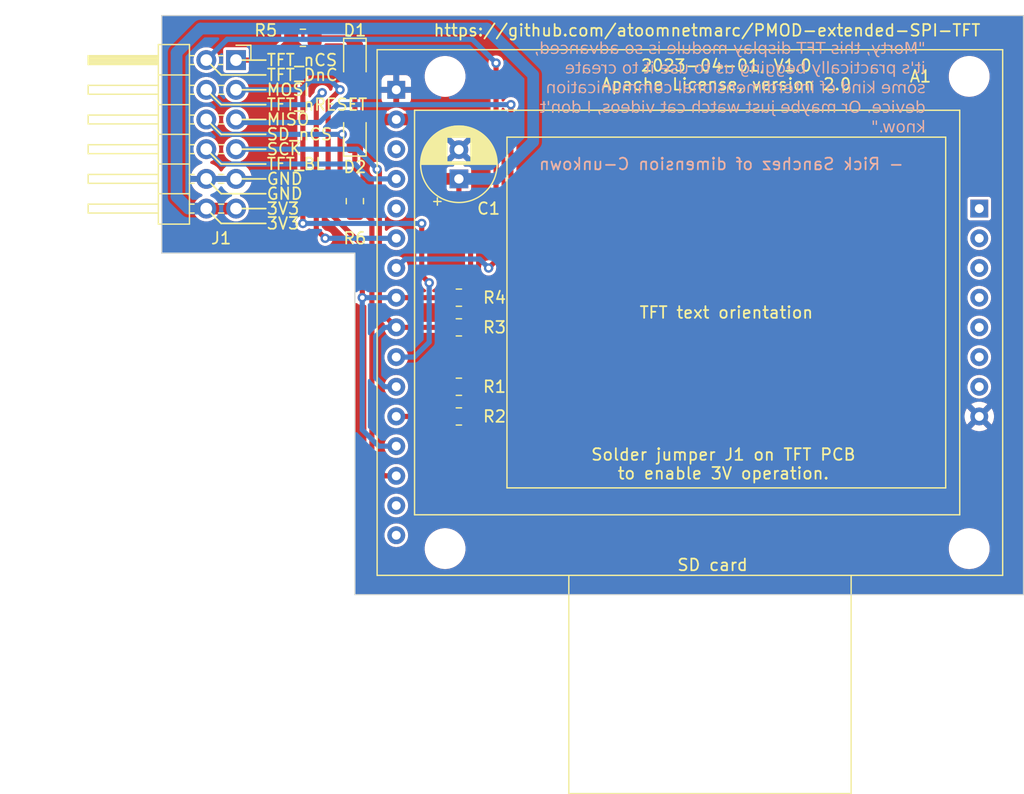
<source format=kicad_pcb>
(kicad_pcb (version 20221018) (generator pcbnew)
  (title_block (title "PMOD extended SPI TFT") (date "2023-04-01") (rev "V1.0") (company "https://github.com/atoomnetmarc/PMOD-extended-SPI-TFT") (comment 1 "Apache License, version 2.0"))
  (layers (0 "F.Cu" signal) (31 "B.Cu" signal) (34 "B.Paste" user) (35 "F.Paste" user) (36 "B.SilkS" user "B.Silkscreen") (37 "F.SilkS" user "F.Silkscreen") (38 "B.Mask" user) (39 "F.Mask" user) (44 "Edge.Cuts" user))
  (net 0 "")
  (net 1 "GND")
  (net 2 "MOSI")
  (net 3 "SCK")
  (net 4 "MISO")
  (net 5 "Net-(D1-K)")
  (net 6 "+3V3")
  (net 7 "Net-(D2-K)")
  (net 8 "TFT_~{CS}")
  (net 9 "TFT_D~{C}")
  (net 10 "TFT_~{RST}")
  (net 11 "SD_~{CS}")
  (net 12 "TFT_BL")
  (net 13 "Net-(A1-SD_MISO)")
  (footprint "Resistor_SMD:R_0805_2012Metric_Pad1.20x1.40mm_HandSolder" (layer "F.Cu") (at -22.86 -1.27 180)
    (fp_text reference "R4" (at -3.048 0) (layer "F.SilkS"))
    (fp_text value "10k")
    (fp_line (start -0.227064 -0.735) (end 0.227064 -0.735) (stroke (width 0.12)) (layer "F.SilkS"))
    (fp_line (start -0.227064 0.735) (end 0.227064 0.735) (stroke (width 0.12)) (layer "F.SilkS"))
    (pad "1" smd roundrect (at -1 0 180) (size 1.2 1.4) (layers "F.Cu" "F.Paste" "F.Mask") (roundrect_rratio 0.2083333333) (net 6 "+3V3"))
    (pad "2" smd roundrect (at 1 0 180) (size 1.2 1.4) (layers "F.Cu" "F.Paste" "F.Mask") (roundrect_rratio 0.2083333333) (net 2 "MOSI"))
  )
  (footprint "Connector_PinHeader_2.54mm-extra:PinHeader_2x06_P2.54mm_Horizontal_Top_Bottom" (layer "F.Cu") (at -41.91 -21.59)
    (fp_text reference "J1" (at -1.27 15.24) (layer "F.SilkS"))
    (fp_text value "Pmod peripheral SPI")
    (fp_line (start -12.64 -0.38) (end -12.64 0.38) (stroke (width 0.12)) (layer "F.SilkS"))
    (fp_line (start -12.64 0.38) (end -6.64 0.38) (stroke (width 0.12)) (layer "F.SilkS"))
    (fp_line (start -12.64 2.16) (end -12.64 2.92) (stroke (width 0.12)) (layer "F.SilkS"))
    (fp_line (start -12.64 2.92) (end -6.64 2.92) (stroke (width 0.12)) (layer "F.SilkS"))
    (fp_line (start -12.64 4.7) (end -12.64 5.46) (stroke (width 0.12)) (layer "F.SilkS"))
    (fp_line (start -12.64 5.46) (end -6.64 5.46) (stroke (width 0.12)) (layer "F.SilkS"))
    (fp_line (start -12.64 7.24) (end -12.64 8) (stroke (width 0.12)) (layer "F.SilkS"))
    (fp_line (start -12.64 8) (end -6.64 8) (stroke (width 0.12)) (layer "F.SilkS"))
    (fp_line (start -12.64 9.78) (end -12.64 10.54) (stroke (width 0.12)) (layer "F.SilkS"))
    (fp_line (start -12.64 10.54) (end -6.64 10.54) (stroke (width 0.12)) (layer "F.SilkS"))
    (fp_line (start -12.64 12.32) (end -12.64 13.08) (stroke (width 0.12)) (layer "F.SilkS"))
    (fp_line (start -12.64 13.08) (end -6.64 13.08) (stroke (width 0.12)) (layer "F.SilkS"))
    (fp_line (start -6.64 -1.33) (end -3.98 -1.33) (stroke (width 0.12)) (layer "F.SilkS"))
    (fp_line (start -6.64 -0.38) (end -12.64 -0.38) (stroke (width 0.12)) (layer "F.SilkS"))
    (fp_line (start -6.64 -0.32) (end -12.64 -0.32) (stroke (width 0.12)) (layer "F.SilkS"))
    (fp_line (start -6.64 -0.2) (end -12.64 -0.2) (stroke (width 0.12)) (layer "F.SilkS"))
    (fp_line (start -6.64 -0.08) (end -12.64 -0.08) (stroke (width 0.12)) (layer "F.SilkS"))
    (fp_line (start -6.64 0.04) (end -12.64 0.04) (stroke (width 0.12)) (layer "F.SilkS"))
    (fp_line (start -6.64 0.16) (end -12.64 0.16) (stroke (width 0.12)) (layer "F.SilkS"))
    (fp_line (start -6.64 0.28) (end -12.64 0.28) (stroke (width 0.12)) (layer "F.SilkS"))
    (fp_line (start -6.64 2.16) (end -12.64 2.16) (stroke (width 0.12)) (layer "F.SilkS"))
    (fp_line (start -6.64 4.7) (end -12.64 4.7) (stroke (width 0.12)) (layer "F.SilkS"))
    (fp_line (start -6.64 7.24) (end -12.64 7.24) (stroke (width 0.12)) (layer "F.SilkS"))
    (fp_line (start -6.64 9.78) (end -12.64 9.78) (stroke (width 0.12)) (layer "F.SilkS"))
    (fp_line (start -6.64 12.32) (end -12.64 12.32) (stroke (width 0.12)) (layer "F.SilkS"))
    (fp_line (start -6.64 14.03) (end -6.64 -1.33) (stroke (width 0.12)) (layer "F.SilkS"))
    (fp_line (start -3.98 -1.33) (end -3.98 14.03) (stroke (width 0.12)) (layer "F.SilkS"))
    (fp_line (start -3.98 1.27) (end -6.64 1.27) (stroke (width 0.12)) (layer "F.SilkS"))
    (fp_line (start -3.98 3.81) (end -6.64 3.81) (stroke (width 0.12)) (layer "F.SilkS"))
    (fp_line (start -3.98 6.35) (end -6.64 6.35) (stroke (width 0.12)) (layer "F.SilkS"))
    (fp_line (start -3.98 8.89) (end -6.64 8.89) (stroke (width 0.12)) (layer "F.SilkS"))
    (fp_line (start -3.98 11.43) (end -6.64 11.43) (stroke (width 0.12)) (layer "F.SilkS"))
    (fp_line (start -3.98 14.03) (end -6.64 14.03) (stroke (width 0.12)) (layer "F.SilkS"))
    (fp_line (start -3.582929 -0.38) (end -3.98 -0.38) (stroke (width 0.12)) (layer "F.SilkS"))
    (fp_line (start -3.582929 0.38) (end -3.98 0.38) (stroke (width 0.12)) (layer "F.SilkS"))
    (fp_line (start -3.582929 2.16) (end -3.98 2.16) (stroke (width 0.12)) (layer "F.SilkS"))
    (fp_line (start -3.582929 2.92) (end -3.98 2.92) (stroke (width 0.12)) (layer "F.SilkS"))
    (fp_line (start -3.582929 4.7) (end -3.98 4.7) (stroke (width 0.12)) (layer "F.SilkS"))
    (fp_line (start -3.582929 5.46) (end -3.98 5.46) (stroke (width 0.12)) (layer "F.SilkS"))
    (fp_line (start -3.582929 7.24) (end -3.98 7.24) (stroke (width 0.12)) (layer "F.SilkS"))
    (fp_line (start -3.582929 8) (end -3.98 8) (stroke (width 0.12)) (layer "F.SilkS"))
    (fp_line (start -3.582929 9.78) (end -3.98 9.78) (stroke (width 0.12)) (layer "F.SilkS"))
    (fp_line (start -3.582929 10.54) (end -3.98 10.54) (stroke (width 0.12)) (layer "F.SilkS"))
    (fp_line (start -3.582929 12.32) (end -3.98 12.32) (stroke (width 0.12)) (layer "F.SilkS"))
    (fp_line (start -3.582929 13.08) (end -3.98 13.08) (stroke (width 0.12)) (layer "F.SilkS"))
    (fp_line (start -1.11 -0.38) (end -1.497071 -0.38) (stroke (width 0.12)) (layer "F.SilkS"))
    (fp_line (start -1.11 0.38) (end -1.497071 0.38) (stroke (width 0.12)) (layer "F.SilkS"))
    (fp_line (start -1.042929 2.16) (end -1.497071 2.16) (stroke (width 0.12)) (layer "F.SilkS"))
    (fp_line (start -1.042929 2.92) (end -1.497071 2.92) (stroke (width 0.12)) (layer "F.SilkS"))
    (fp_line (start -1.042929 4.7) (end -1.497071 4.7) (stroke (width 0.12)) (layer "F.SilkS"))
    (fp_line (start -1.042929 5.46) (end -1.497071 5.46) (stroke (width 0.12)) (layer "F.SilkS"))
    (fp_line (start -1.042929 7.24) (end -1.497071 7.24) (stroke (width 0.12)) (layer "F.SilkS"))
    (fp_line (start -1.042929 8) (end -1.497071 8) (stroke (width 0.12)) (layer "F.SilkS"))
    (fp_line (start -1.042929 9.78) (end -1.497071 9.78) (stroke (width 0.12)) (layer "F.SilkS"))
    (fp_line (start -1.042929 10.54) (end -1.497071 10.54) (stroke (width 0.12)) (layer "F.SilkS"))
    (fp_line (start -1.042929 12.32) (end -1.497071 12.32) (stroke (width 0.12)) (layer "F.SilkS"))
    (fp_line (start -1.042929 13.08) (end -1.497071 13.08) (stroke (width 0.12)) (layer "F.SilkS"))
    (fp_line (start 1.27 -1.27) (end 0 -1.27) (stroke (width 0.12)) (layer "F.SilkS"))
    (fp_line (start 1.27 0) (end 1.27 -1.27) (stroke (width 0.12)) (layer "F.SilkS"))
    (pad "1" thru_hole rect (at 0 0) (size 1.7 1.7) (drill 1) (layers "*.Cu" "*.Mask") (net 8 "TFT_~{CS}"))
    (pad "2" thru_hole oval (at 0 2.54) (size 1.7 1.7) (drill 1) (layers "*.Cu" "*.Mask") (net 2 "MOSI"))
    (pad "3" thru_hole oval (at 0 5.08) (size 1.7 1.7) (drill 1) (layers "*.Cu" "*.Mask") (net 4 "MISO"))
    (pad "4" thru_hole oval (at 0 7.62) (size 1.7 1.7) (drill 1) (layers "*.Cu" "*.Mask") (net 3 "SCK"))
    (pad "5" thru_hole oval (at 0 10.16) (size 1.7 1.7) (drill 1) (layers "*.Cu" "*.Mask") (net 1 "GND"))
    (pad "6" thru_hole oval (at 0 12.7) (size 1.7 1.7) (drill 1) (layers "*.Cu" "*.Mask") (net 6 "+3V3"))
    (pad "7" thru_hole oval (at -2.54 0) (size 1.7 1.7) (drill 1) (layers "*.Cu" "*.Mask") (net 9 "TFT_D~{C}"))
    (pad "8" thru_hole oval (at -2.54 2.54) (size 1.7 1.7) (drill 1) (layers "*.Cu" "*.Mask") (net 10 "TFT_~{RST}"))
    (pad "9" thru_hole oval (at -2.54 5.08) (size 1.7 1.7) (drill 1) (layers "*.Cu" "*.Mask") (net 11 "SD_~{CS}"))
    (pad "10" thru_hole oval (at -2.54 7.62) (size 1.7 1.7) (drill 1) (layers "*.Cu" "*.Mask") (net 12 "TFT_BL"))
    (pad "11" thru_hole oval (at -2.54 10.16) (size 1.7 1.7) (drill 1) (layers "*.Cu" "*.Mask") (net 1 "GND"))
    (pad "12" thru_hole oval (at -2.54 12.7) (size 1.7 1.7) (drill 1) (layers "*.Cu" "*.Mask") (net 6 "+3V3"))
  )
  (footprint "LED_SMD:LED_0805_2012Metric_Pad1.15x1.40mm_HandSolder" (layer "F.Cu") (at -31.75 -21.59 -90)
    (fp_text reference "D1" (at -2.54 0) (layer "F.SilkS"))
    (fp_text value "Blue")
    (fp_line (start -1.86 -0.96) (end -1.86 0.96) (stroke (width 0.12)) (layer "F.SilkS"))
    (fp_line (start -1.86 0.96) (end 1 0.96) (stroke (width 0.12)) (layer "F.SilkS"))
    (fp_line (start 1 -0.96) (end -1.86 -0.96) (stroke (width 0.12)) (layer "F.SilkS"))
    (pad "1" smd roundrect (at -1.025 0 270) (size 1.15 1.4) (layers "F.Cu" "F.Paste" "F.Mask") (roundrect_rratio 0.2173913043) (net 5 "Net-(D1-K)"))
    (pad "2" smd roundrect (at 1.025 0 270) (size 1.15 1.4) (layers "F.Cu" "F.Paste" "F.Mask") (roundrect_rratio 0.2173913043) (net 6 "+3V3"))
  )
  (footprint "Display-extra:Module_TFT_1.8_160x128" (layer "F.Cu") (at 0 0)
    (fp_text reference "A1" (at 16.6 -20.195) (layer "F.SilkS"))
    (fp_text value "MSP1804")
    (fp_text user "TFT text orientation" (at 0 0) (layer "F.SilkS"))
    (fp_text user "SD card" (at -1.18 21.59 unlocked) (layer "F.SilkS"))
    (fp_line (start -29.85 -22.48) (end -29.85 22.48) (stroke (width 0.12)) (layer "F.SilkS"))
    (fp_line (start -29.85 -22.48) (end 23.62 -22.48) (stroke (width 0.12)) (layer "F.SilkS"))
    (fp_line (start -29.85 22.48) (end 23.62 22.48) (stroke (width 0.12)) (layer "F.SilkS"))
    (fp_line (start -26.65 -17.3) (end -26.65 17.3) (stroke (width 0.12)) (layer "F.SilkS"))
    (fp_line (start -26.65 -17.3) (end 19.95 -17.3) (stroke (width 0.12)) (layer "F.SilkS"))
    (fp_line (start -26.65 17.3) (end 19.95 17.3) (stroke (width 0.12)) (layer "F.SilkS"))
    (fp_line (start -18.75 -15) (end -18.75 15) (stroke (width 0.12)) (layer "F.SilkS"))
    (fp_line (start -18.75 15) (end 18.75 15) (stroke (width 0.12)) (layer "F.SilkS"))
    (fp_line (start -13.462 22.48) (end -13.462 41.148) (stroke (width 0.12)) (layer "F.SilkS"))
    (fp_line (start 10.668 22.48) (end 10.668 41.148) (stroke (width 0.12)) (layer "F.SilkS"))
    (fp_line (start 10.668 41.148) (end -13.462 41.148) (stroke (width 0.12)) (layer "F.SilkS"))
    (fp_line (start 18.75 -15) (end -18.75 -15) (stroke (width 0.12)) (layer "F.SilkS"))
    (fp_line (start 18.75 15) (end 18.75 -15) (stroke (width 0.12)) (layer "F.SilkS"))
    (fp_line (start 19.95 -17.3) (end 19.95 17.3) (stroke (width 0.12)) (layer "F.SilkS"))
    (fp_line (start 23.62 -22.48) (end 23.62 22.48) (stroke (width 0.12)) (layer "F.SilkS"))
    (pad "" np_thru_hole circle (at -24.04 -20.195) (size 3 3) (drill 3) (layers "F&B.Cu" "*.Mask"))
    (pad "" np_thru_hole circle (at -24.04 20.195) (size 3 3) (drill 3) (layers "F&B.Cu" "*.Mask"))
    (pad "" np_thru_hole circle (at 20.76 -20.195) (size 3 3) (drill 3) (layers "F&B.Cu" "*.Mask"))
    (pad "" np_thru_hole circle (at 20.76 20.195) (size 3 3) (drill 3) (layers "F&B.Cu" "*.Mask"))
    (pad "1L" thru_hole rect (at -28.2138 -19.05 270) (size 1.524 1.524) (drill 0.762) (layers "*.Cu" "*.Mask") (net 1 "GND"))
    (pad "1R" thru_hole rect (at 21.62 -8.89 270) (size 1.524 1.524) (drill 0.762) (layers "*.Cu" "*.Mask"))
    (pad "2L" thru_hole circle (at -28.2138 -16.51 270) (size 1.524 1.524) (drill 0.762) (layers "*.Cu" "*.Mask") (net 6 "+3V3"))
    (pad "2R" thru_hole circle (at 21.62 -6.35 270) (size 1.524 1.524) (drill 0.762) (layers "*.Cu" "*.Mask"))
    (pad "3L" thru_hole circle (at -28.2138 -13.97 270) (size 1.524 1.524) (drill 0.762) (layers "*.Cu" "*.Mask"))
    (pad "3R" thru_hole circle (at 21.62 -3.81 270) (size 1.524 1.524) (drill 0.762) (layers "*.Cu" "*.Mask"))
    (pad "4L" thru_hole circle (at -28.2138 -11.43 270) (size 1.524 1.524) (drill 0.762) (layers "*.Cu" "*.Mask") (net 12 "TFT_BL"))
    (pad "4R" thru_hole circle (at 21.62 -1.27 270) (size 1.524 1.524) (drill 0.762) (layers "*.Cu" "*.Mask"))
    (pad "5L" thru_hole circle (at -28.2138 -8.89 270) (size 1.524 1.524) (drill 0.762) (layers "*.Cu" "*.Mask"))
    (pad "5R" thru_hole circle (at 21.62 1.27 270) (size 1.524 1.524) (drill 0.762) (layers "*.Cu" "*.Mask"))
    (pad "6L" thru_hole circle (at -28.2138 -6.35 270) (size 1.524 1.524) (drill 0.762) (layers "*.Cu" "*.Mask") (net 10 "TFT_~{RST}"))
    (pad "6R" thru_hole circle (at 21.62 3.81 270) (size 1.524 1.524) (drill 0.762) (layers "*.Cu" "*.Mask"))
    (pad "7L" thru_hole circle (at -28.2138 -3.81 270) (size 1.524 1.524) (drill 0.762) (layers "*.Cu" "*.Mask") (net 9 "TFT_D~{C}"))
    (pad "7R" thru_hole circle (at 21.62 6.35 270) (size 1.524 1.524) (drill 0.762) (layers "*.Cu" "*.Mask"))
    (pad "8L" thru_hole circle (at -28.2138 -1.27 270) (size 1.524 1.524) (drill 0.762) (layers "*.Cu" "*.Mask") (net 2 "MOSI"))
    (pad "8R" thru_hole circle (at 21.62 8.89 270) (size 1.524 1.524) (drill 0.762) (layers "*.Cu" "*.Mask") (net 1 "GND"))
    (pad "9L" thru_hole circle (at -28.2138 1.27 270) (size 1.524 1.524) (drill 0.762) (layers "*.Cu" "*.Mask") (net 3 "SCK"))
    (pad "10L" thru_hole circle (at -28.2138 3.81 270) (size 1.524 1.524) (drill 0.762) (layers "*.Cu" "*.Mask") (net 8 "TFT_~{CS}"))
    (pad "11L" thru_hole circle (at -28.2138 6.35 270) (size 1.524 1.524) (drill 0.762) (layers "*.Cu" "*.Mask") (net 3 "SCK"))
    (pad "12L" thru_hole circle (at -28.2138 8.89 270) (size 1.524 1.524) (drill 0.762) (layers "*.Cu" "*.Mask") (net 13 "Net-(A1-SD_MISO)"))
    (pad "13L" thru_hole circle (at -28.2138 11.43 270) (size 1.524 1.524) (drill 0.762) (layers "*.Cu" "*.Mask") (net 2 "MOSI"))
    (pad "14L" thru_hole circle (at -28.2138 13.97) (size 1.524 1.524) (drill 0.762) (layers "*.Cu" "*.Mask") (net 11 "SD_~{CS}"))
    (pad "15L" thru_hole circle (at -28.2138 16.51 270) (size 1.524 1.524) (drill 0.762) (layers "*.Cu" "*.Mask"))
    (pad "16L" thru_hole circle (at -28.2138 19.05 270) (size 1.524 1.524) (drill 0.762) (layers "*.Cu" "*.Mask"))
  )
  (footprint "Capacitor_THT:CP_Radial_D6.3mm_P2.50mm" (layer "F.Cu") (at -22.86 -11.43 90)
    (fp_text reference "C1" (at -2.54 2.54 180) (layer "F.SilkS"))
    (fp_text value "33uF 16V")
    (fp_line (start -2.250241 -1.839) (end -1.620241 -1.839) (stroke (width 0.12)) (layer "F.SilkS"))
    (fp_line (start -1.935241 -2.154) (end -1.935241 -1.524) (stroke (width 0.12)) (layer "F.SilkS"))
    (fp_line (start 1.25 -3.23) (end 1.25 3.23) (stroke (width 0.12)) (layer "F.SilkS"))
    (fp_line (start 1.29 -3.23) (end 1.29 3.23) (stroke (width 0.12)) (layer "F.SilkS"))
    (fp_line (start 1.33 -3.23) (end 1.33 3.23) (stroke (width 0.12)) (layer "F.SilkS"))
    (fp_line (start 1.37 -3.228) (end 1.37 3.228) (stroke (width 0.12)) (layer "F.SilkS"))
    (fp_line (start 1.41 -3.227) (end 1.41 3.227) (stroke (width 0.12)) (layer "F.SilkS"))
    (fp_line (start 1.45 -3.224) (end 1.45 3.224) (stroke (width 0.12)) (layer "F.SilkS"))
    (fp_line (start 1.49 -3.222) (end 1.49 -1.04) (stroke (width 0.12)) (layer "F.SilkS"))
    (fp_line (start 1.49 1.04) (end 1.49 3.222) (stroke (width 0.12)) (layer "F.SilkS"))
    (fp_line (start 1.53 -3.218) (end 1.53 -1.04) (stroke (width 0.12)) (layer "F.SilkS"))
    (fp_line (start 1.53 1.04) (end 1.53 3.218) (stroke (width 0.12)) (layer "F.SilkS"))
    (fp_line (start 1.57 -3.215) (end 1.57 -1.04) (stroke (width 0.12)) (layer "F.SilkS"))
    (fp_line (start 1.57 1.04) (end 1.57 3.215) (stroke (width 0.12)) (layer "F.SilkS"))
    (fp_line (start 1.61 -3.211) (end 1.61 -1.04) (stroke (width 0.12)) (layer "F.SilkS"))
    (fp_line (start 1.61 1.04) (end 1.61 3.211) (stroke (width 0.12)) (layer "F.SilkS"))
    (fp_line (start 1.65 -3.206) (end 1.65 -1.04) (stroke (width 0.12)) (layer "F.SilkS"))
    (fp_line (start 1.65 1.04) (end 1.65 3.206) (stroke (width 0.12)) (layer "F.SilkS"))
    (fp_line (start 1.69 -3.201) (end 1.69 -1.04) (stroke (width 0.12)) (layer "F.SilkS"))
    (fp_line (start 1.69 1.04) (end 1.69 3.201) (stroke (width 0.12)) (layer "F.SilkS"))
    (fp_line (start 1.73 -3.195) (end 1.73 -1.04) (stroke (width 0.12)) (layer "F.SilkS"))
    (fp_line (start 1.73 1.04) (end 1.73 3.195) (stroke (width 0.12)) (layer "F.SilkS"))
    (fp_line (start 1.77 -3.189) (end 1.77 -1.04) (stroke (width 0.12)) (layer "F.SilkS"))
    (fp_line (start 1.77 1.04) (end 1.77 3.189) (stroke (width 0.12)) (layer "F.SilkS"))
    (fp_line (start 1.81 -3.182) (end 1.81 -1.04) (stroke (width 0.12)) (layer "F.SilkS"))
    (fp_line (start 1.81 1.04) (end 1.81 3.182) (stroke (width 0.12)) (layer "F.SilkS"))
    (fp_line (start 1.85 -3.175) (end 1.85 -1.04) (stroke (width 0.12)) (layer "F.SilkS"))
    (fp_line (start 1.85 1.04) (end 1.85 3.175) (stroke (width 0.12)) (layer "F.SilkS"))
    (fp_line (start 1.89 -3.167) (end 1.89 -1.04) (stroke (width 0.12)) (layer "F.SilkS"))
    (fp_line (start 1.89 1.04) (end 1.89 3.167) (stroke (width 0.12)) (layer "F.SilkS"))
    (fp_line (start 1.93 -3.159) (end 1.93 -1.04) (stroke (width 0.12)) (layer "F.SilkS"))
    (fp_line (start 1.93 1.04) (end 1.93 3.159) (stroke (width 0.12)) (layer "F.SilkS"))
    (fp_line (start 1.971 -3.15) (end 1.971 -1.04) (stroke (width 0.12)) (layer "F.SilkS"))
    (fp_line (start 1.971 1.04) (end 1.971 3.15) (stroke (width 0.12)) (layer "F.SilkS"))
    (fp_line (start 2.011 -3.141) (end 2.011 -1.04) (stroke (width 0.12)) (layer "F.SilkS"))
    (fp_line (start 2.011 1.04) (end 2.011 3.141) (stroke (width 0.12)) (layer "F.SilkS"))
    (fp_line (start 2.051 -3.131) (end 2.051 -1.04) (stroke (width 0.12)) (layer "F.SilkS"))
    (fp_line (start 2.051 1.04) (end 2.051 3.131) (stroke (width 0.12)) (layer "F.SilkS"))
    (fp_line (start 2.091 -3.121) (end 2.091 -1.04) (stroke (width 0.12)) (layer "F.SilkS"))
    (fp_line (start 2.091 1.04) (end 2.091 3.121) (stroke (width 0.12)) (layer "F.SilkS"))
    (fp_line (start 2.131 -3.11) (end 2.131 -1.04) (stroke (width 0.12)) (layer "F.SilkS"))
    (fp_line (start 2.131 1.04) (end 2.131 3.11) (stroke (width 0.12)) (layer "F.SilkS"))
    (fp_line (start 2.171 -3.098) (end 2.171 -1.04) (stroke (width 0.12)) (layer "F.SilkS"))
    (fp_line (start 2.171 1.04) (end 2.171 3.098) (stroke (width 0.12)) (layer "F.SilkS"))
    (fp_line (start 2.211 -3.086) (end 2.211 -1.04) (stroke (width 0.12)) (layer "F.SilkS"))
    (fp_line (start 2.211 1.04) (end 2.211 3.086) (stroke (width 0.12)) (layer "F.SilkS"))
    (fp_line (start 2.251 -3.074) (end 2.251 -1.04) (stroke (width 0.12)) (layer "F.SilkS"))
    (fp_line (start 2.251 1.04) (end 2.251 3.074) (stroke (width 0.12)) (layer "F.SilkS"))
    (fp_line (start 2.291 -3.061) (end 2.291 -1.04) (stroke (width 0.12)) (layer "F.SilkS"))
    (fp_line (start 2.291 1.04) (end 2.291 3.061) (stroke (width 0.12)) (layer "F.SilkS"))
    (fp_line (start 2.331 -3.047) (end 2.331 -1.04) (stroke (width 0.12)) (layer "F.SilkS"))
    (fp_line (start 2.331 1.04) (end 2.331 3.047) (stroke (width 0.12)) (layer "F.SilkS"))
    (fp_line (start 2.371 -3.033) (end 2.371 -1.04) (stroke (width 0.12)) (layer "F.SilkS"))
    (fp_line (start 2.371 1.04) (end 2.371 3.033) (stroke (width 0.12)) (layer "F.SilkS"))
    (fp_line (start 2.411 -3.018) (end 2.411 -1.04) (stroke (width 0.12)) (layer "F.SilkS"))
    (fp_line (start 2.411 1.04) (end 2.411 3.018) (stroke (width 0.12)) (layer "F.SilkS"))
    (fp_line (start 2.451 -3.002) (end 2.451 -1.04) (stroke (width 0.12)) (layer "F.SilkS"))
    (fp_line (start 2.451 1.04) (end 2.451 3.002) (stroke (width 0.12)) (layer "F.SilkS"))
    (fp_line (start 2.491 -2.986) (end 2.491 -1.04) (stroke (width 0.12)) (layer "F.SilkS"))
    (fp_line (start 2.491 1.04) (end 2.491 2.986) (stroke (width 0.12)) (layer "F.SilkS"))
    (fp_line (start 2.531 -2.97) (end 2.531 -1.04) (stroke (width 0.12)) (layer "F.SilkS"))
    (fp_line (start 2.531 1.04) (end 2.531 2.97) (stroke (width 0.12)) (layer "F.SilkS"))
    (fp_line (start 2.571 -2.952) (end 2.571 -1.04) (stroke (width 0.12)) (layer "F.SilkS"))
    (fp_line (start 2.571 1.04) (end 2.571 2.952) (stroke (width 0.12)) (layer "F.SilkS"))
    (fp_line (start 2.611 -2.934) (end 2.611 -1.04) (stroke (width 0.12)) (layer "F.SilkS"))
    (fp_line (start 2.611 1.04) (end 2.611 2.934) (stroke (width 0.12)) (layer "F.SilkS"))
    (fp_line (start 2.651 -2.916) (end 2.651 -1.04) (stroke (width 0.12)) (layer "F.SilkS"))
    (fp_line (start 2.651 1.04) (end 2.651 2.916) (stroke (width 0.12)) (layer "F.SilkS"))
    (fp_line (start 2.691 -2.896) (end 2.691 -1.04) (stroke (width 0.12)) (layer "F.SilkS"))
    (fp_line (start 2.691 1.04) (end 2.691 2.896) (stroke (width 0.12)) (layer "F.SilkS"))
    (fp_line (start 2.731 -2.876) (end 2.731 -1.04) (stroke (width 0.12)) (layer "F.SilkS"))
    (fp_line (start 2.731 1.04) (end 2.731 2.876) (stroke (width 0.12)) (layer "F.SilkS"))
    (fp_line (start 2.771 -2.856) (end 2.771 -1.04) (stroke (width 0.12)) (layer "F.SilkS"))
    (fp_line (start 2.771 1.04) (end 2.771 2.856) (stroke (width 0.12)) (layer "F.SilkS"))
    (fp_line (start 2.811 -2.834) (end 2.811 -1.04) (stroke (width 0.12)) (layer "F.SilkS"))
    (fp_line (start 2.811 1.04) (end 2.811 2.834) (stroke (width 0.12)) (layer "F.SilkS"))
    (fp_line (start 2.851 -2.812) (end 2.851 -1.04) (stroke (width 0.12)) (layer "F.SilkS"))
    (fp_line (start 2.851 1.04) (end 2.851 2.812) (stroke (width 0.12)) (layer "F.SilkS"))
    (fp_line (start 2.891 -2.79) (end 2.891 -1.04) (stroke (width 0.12)) (layer "F.SilkS"))
    (fp_line (start 2.891 1.04) (end 2.891 2.79) (stroke (width 0.12)) (layer "F.SilkS"))
    (fp_line (start 2.931 -2.766) (end 2.931 -1.04) (stroke (width 0.12)) (layer "F.SilkS"))
    (fp_line (start 2.931 1.04) (end 2.931 2.766) (stroke (width 0.12)) (layer "F.SilkS"))
    (fp_line (start 2.971 -2.742) (end 2.971 -1.04) (stroke (width 0.12)) (layer "F.SilkS"))
    (fp_line (start 2.971 1.04) (end 2.971 2.742) (stroke (width 0.12)) (layer "F.SilkS"))
    (fp_line (start 3.011 -2.716) (end 3.011 -1.04) (stroke (width 0.12)) (layer "F.SilkS"))
    (fp_line (start 3.011 1.04) (end 3.011 2.716) (stroke (width 0.12)) (layer "F.SilkS"))
    (fp_line (start 3.051 -2.69) (end 3.051 -1.04) (stroke (width 0.12)) (layer "F.SilkS"))
    (fp_line (start 3.051 1.04) (end 3.051 2.69) (stroke (width 0.12)) (layer "F.SilkS"))
    (fp_line (start 3.091 -2.664) (end 3.091 -1.04) (stroke (width 0.12)) (layer "F.SilkS"))
    (fp_line (start 3.091 1.04) (end 3.091 2.664) (stroke (width 0.12)) (layer "F.SilkS"))
    (fp_line (start 3.131 -2.636) (end 3.131 -1.04) (stroke (width 0.12)) (layer "F.SilkS"))
    (fp_line (start 3.131 1.04) (end 3.131 2.636) (stroke (width 0.12)) (layer "F.SilkS"))
    (fp_line (start 3.171 -2.607) (end 3.171 -1.04) (stroke (width 0.12)) (layer "F.SilkS"))
    (fp_line (start 3.171 1.04) (end 3.171 2.607) (stroke (width 0.12)) (layer "F.SilkS"))
    (fp_line (start 3.211 -2.578) (end 3.211 -1.04) (stroke (width 0.12)) (layer "F.SilkS"))
    (fp_line (start 3.211 1.04) (end 3.211 2.578) (stroke (width 0.12)) (layer "F.SilkS"))
    (fp_line (start 3.251 -2.548) (end 3.251 -1.04) (stroke (width 0.12)) (layer "F.SilkS"))
    (fp_line (start 3.251 1.04) (end 3.251 2.548) (stroke (width 0.12)) (layer "F.SilkS"))
    (fp_line (start 3.291 -2.516) (end 3.291 -1.04) (stroke (width 0.12)) (layer "F.SilkS"))
    (fp_line (start 3.291 1.04) (end 3.291 2.516) (stroke (width 0.12)) (layer "F.SilkS"))
    (fp_line (start 3.331 -2.484) (end 3.331 -1.04) (stroke (width 0.12)) (layer "F.SilkS"))
    (fp_line (start 3.331 1.04) (end 3.331 2.484) (stroke (width 0.12)) (layer "F.SilkS"))
    (fp_line (start 3.371 -2.45) (end 3.371 -1.04) (stroke (width 0.12)) (layer "F.SilkS"))
    (fp_line (start 3.371 1.04) (end 3.371 2.45) (stroke (width 0.12)) (layer "F.SilkS"))
    (fp_line (start 3.411 -2.416) (end 3.411 -1.04) (stroke (width 0.12)) (layer "F.SilkS"))
    (fp_line (start 3.411 1.04) (end 3.411 2.416) (stroke (width 0.12)) (layer "F.SilkS"))
    (fp_line (start 3.451 -2.38) (end 3.451 -1.04) (stroke (width 0.12)) (layer "F.SilkS"))
    (fp_line (start 3.451 1.04) (end 3.451 2.38) (stroke (width 0.12)) (layer "F.SilkS"))
    (fp_line (start 3.491 -2.343) (end 3.491 -1.04) (stroke (width 0.12)) (layer "F.SilkS"))
    (fp_line (start 3.491 1.04) (end 3.491 2.343) (stroke (width 0.12)) (layer "F.SilkS"))
    (fp_line (start 3.531 -2.305) (end 3.531 -1.04) (stroke (width 0.12)) (layer "F.SilkS"))
    (fp_line (start 3.531 1.04) (end 3.531 2.305) (stroke (width 0.12)) (layer "F.SilkS"))
    (fp_line (start 3.571 -2.265) (end 3.571 2.265) (stroke (width 0.12)) (layer "F.SilkS"))
    (fp_line (start 3.611 -2.224) (end 3.611 2.224) (stroke (width 0.12)) (layer "F.SilkS"))
    (fp_line (start 3.651 -2.182) (end 3.651 2.182) (stroke (width 0.12)) (layer "F.SilkS"))
    (fp_line (start 3.691 -2.137) (end 3.691 2.137) (stroke (width 0.12)) (layer "F.SilkS"))
    (fp_line (start 3.731 -2.092) (end 3.731 2.092) (stroke (width 0.12)) (layer "F.SilkS"))
    (fp_line (start 3.771 -2.044) (end 3.771 2.044) (stroke (width 0.12)) (layer "F.SilkS"))
    (fp_line (start 3.811 -1.995) (end 3.811 1.995) (stroke (width 0.12)) (layer "F.SilkS"))
    (fp_line (start 3.851 -1.944) (end 3.851 1.944) (stroke (width 0.12)) (layer "F.SilkS"))
    (fp_line (start 3.891 -1.89) (end 3.891 1.89) (stroke (width 0.12)) (layer "F.SilkS"))
    (fp_line (start 3.931 -1.834) (end 3.931 1.834) (stroke (width 0.12)) (layer "F.SilkS"))
    (fp_line (start 3.971 -1.776) (end 3.971 1.776) (stroke (width 0.12)) (layer "F.SilkS"))
    (fp_line (start 4.011 -1.714) (end 4.011 1.714) (stroke (width 0.12)) (layer "F.SilkS"))
    (fp_line (start 4.051 -1.65) (end 4.051 1.65) (stroke (width 0.12)) (layer "F.SilkS"))
    (fp_line (start 4.091 -1.581) (end 4.091 1.581) (stroke (width 0.12)) (layer "F.SilkS"))
    (fp_line (start 4.131 -1.509) (end 4.131 1.509) (stroke (width 0.12)) (layer "F.SilkS"))
    (fp_line (start 4.171 -1.432) (end 4.171 1.432) (stroke (width 0.12)) (layer "F.SilkS"))
    (fp_line (start 4.211 -1.35) (end 4.211 1.35) (stroke (width 0.12)) (layer "F.SilkS"))
    (fp_line (start 4.251 -1.262) (end 4.251 1.262) (stroke (width 0.12)) (layer "F.SilkS"))
    (fp_line (start 4.291 -1.165) (end 4.291 1.165) (stroke (width 0.12)) (layer "F.SilkS"))
    (fp_line (start 4.331 -1.059) (end 4.331 1.059) (stroke (width 0.12)) (layer "F.SilkS"))
    (fp_line (start 4.371 -0.94) (end 4.371 0.94) (stroke (width 0.12)) (layer "F.SilkS"))
    (fp_line (start 4.411 -0.802) (end 4.411 0.802) (stroke (width 0.12)) (layer "F.SilkS"))
    (fp_line (start 4.451 -0.633) (end 4.451 0.633) (stroke (width 0.12)) (layer "F.SilkS"))
    (fp_line (start 4.491 -0.402) (end 4.491 0.402) (stroke (width 0.12)) (layer "F.SilkS"))
    (fp_circle (center 1.25 0) (end 4.52 0) (stroke (width 0.12)) (fill none) (layer "F.SilkS"))
    (pad "1" thru_hole rect (at 0 0 90) (size 1.6 1.6) (drill 0.8) (layers "*.Cu" "*.Mask") (net 6 "+3V3"))
    (pad "2" thru_hole circle (at 2.5 0 90) (size 1.6 1.6) (drill 0.8) (layers "*.Cu" "*.Mask") (net 1 "GND"))
  )
  (footprint "Resistor_SMD:R_0805_2012Metric_Pad1.20x1.40mm_HandSolder" (layer "F.Cu") (at -22.86 8.89 180)
    (fp_text reference "R2" (at -3.048 0) (layer "F.SilkS"))
    (fp_text value "100R")
    (fp_line (start -0.227064 -0.735) (end 0.227064 -0.735) (stroke (width 0.12)) (layer "F.SilkS"))
    (fp_line (start -0.227064 0.735) (end 0.227064 0.735) (stroke (width 0.12)) (layer "F.SilkS"))
    (pad "1" smd roundrect (at -1 0 180) (size 1.2 1.4) (layers "F.Cu" "F.Paste" "F.Mask") (roundrect_rratio 0.2083333333) (net 4 "MISO"))
    (pad "2" smd roundrect (at 1 0 180) (size 1.2 1.4) (layers "F.Cu" "F.Paste" "F.Mask") (roundrect_rratio 0.2083333333) (net 13 "Net-(A1-SD_MISO)"))
  )
  (footprint "Resistor_SMD:R_0805_2012Metric_Pad1.20x1.40mm_HandSolder" (layer "F.Cu") (at -22.86 6.35)
    (fp_text reference "R1" (at 3.048 0) (layer "F.SilkS"))
    (fp_text value "10k")
    (fp_line (start -0.227064 -0.735) (end 0.227064 -0.735) (stroke (width 0.12)) (layer "F.SilkS"))
    (fp_line (start -0.227064 0.735) (end 0.227064 0.735) (stroke (width 0.12)) (layer "F.SilkS"))
    (pad "1" smd roundrect (at -1 0) (size 1.2 1.4) (layers "F.Cu" "F.Paste" "F.Mask") (roundrect_rratio 0.2083333333) (net 6 "+3V3"))
    (pad "2" smd roundrect (at 1 0) (size 1.2 1.4) (layers "F.Cu" "F.Paste" "F.Mask") (roundrect_rratio 0.2083333333) (net 4 "MISO"))
  )
  (footprint "Resistor_SMD:R_0805_2012Metric_Pad1.20x1.40mm_HandSolder" (layer "F.Cu") (at -22.86 1.27)
    (fp_text reference "R3" (at 3.048 0) (layer "F.SilkS"))
    (fp_text value "10k")
    (fp_line (start -0.227064 -0.735) (end 0.227064 -0.735) (stroke (width 0.12)) (layer "F.SilkS"))
    (fp_line (start -0.227064 0.735) (end 0.227064 0.735) (stroke (width 0.12)) (layer "F.SilkS"))
    (pad "1" smd roundrect (at -1 0) (size 1.2 1.4) (layers "F.Cu" "F.Paste" "F.Mask") (roundrect_rratio 0.2083333333) (net 3 "SCK"))
    (pad "2" smd roundrect (at 1 0) (size 1.2 1.4) (layers "F.Cu" "F.Paste" "F.Mask") (roundrect_rratio 0.2083333333) (net 1 "GND"))
  )
  (footprint "Resistor_SMD:R_0805_2012Metric_Pad1.20x1.40mm_HandSolder" (layer "F.Cu") (at -36.195 -23.495 180)
    (fp_text reference "R5" (at 3.175 0.635) (layer "F.SilkS"))
    (fp_text value "1k")
    (fp_line (start -0.227064 -0.735) (end 0.227064 -0.735) (stroke (width 0.12)) (layer "F.SilkS"))
    (fp_line (start -0.227064 0.735) (end 0.227064 0.735) (stroke (width 0.12)) (layer "F.SilkS"))
    (pad "1" smd roundrect (at -1 0 180) (size 1.2 1.4) (layers "F.Cu" "F.Paste" "F.Mask") (roundrect_rratio 0.2083333333) (net 5 "Net-(D1-K)"))
    (pad "2" smd roundrect (at 1 0 180) (size 1.2 1.4) (layers "F.Cu" "F.Paste" "F.Mask") (roundrect_rratio 0.2083333333) (net 8 "TFT_~{CS}"))
  )
  (footprint "Resistor_SMD:R_0805_2012Metric_Pad1.20x1.40mm_HandSolder" (layer "F.Cu") (at -31.75 -9.525 -90)
    (fp_text reference "R6" (at 3.175 0 -180) (layer "F.SilkS"))
    (fp_text value "1k")
    (fp_line (start -0.227064 -0.735) (end 0.227064 -0.735) (stroke (width 0.12)) (layer "F.SilkS"))
    (fp_line (start -0.227064 0.735) (end 0.227064 0.735) (stroke (width 0.12)) (layer "F.SilkS"))
    (pad "1" smd roundrect (at -1 0 270) (size 1.2 1.4) (layers "F.Cu" "F.Paste" "F.Mask") (roundrect_rratio 0.2083333333) (net 7 "Net-(D2-K)"))
    (pad "2" smd roundrect (at 1 0 270) (size 1.2 1.4) (layers "F.Cu" "F.Paste" "F.Mask") (roundrect_rratio 0.2083333333) (net 11 "SD_~{CS}"))
  )
  (footprint "LED_SMD:LED_0805_2012Metric_Pad1.15x1.40mm_HandSolder" (layer "F.Cu") (at -31.75 -15.24 90)
    (fp_text reference "D2" (at -2.794 0 180) (layer "F.SilkS"))
    (fp_text value "Blue")
    (fp_line (start -1.86 -0.96) (end -1.86 0.96) (stroke (width 0.12)) (layer "F.SilkS"))
    (fp_line (start -1.86 0.96) (end 1 0.96) (stroke (width 0.12)) (layer "F.SilkS"))
    (fp_line (start 1 -0.96) (end -1.86 -0.96) (stroke (width 0.12)) (layer "F.SilkS"))
    (pad "1" smd roundrect (at -1.025 0 90) (size 1.15 1.4) (layers "F.Cu" "F.Paste" "F.Mask") (roundrect_rratio 0.2173913043) (net 7 "Net-(D2-K)"))
    (pad "2" smd roundrect (at 1.025 0 90) (size 1.15 1.4) (layers "F.Cu" "F.Paste" "F.Mask") (roundrect_rratio 0.2173913043) (net 6 "+3V3"))
  )
  (gr_line (start -39.37 -8.89) (end -41.91 -8.89) (stroke (width 0.15)) (layer "F.SilkS"))
  (gr_line (start -44.45 -19.05) (end -43.18 -17.78) (stroke (width 0.15)) (layer "F.SilkS"))
  (gr_line (start -44.45 -11.43) (end -43.18 -10.16) (stroke (width 0.15)) (layer "F.SilkS"))
  (gr_line (start -43.18 -15.24) (end -39.37 -15.24) (stroke (width 0.15)) (layer "F.SilkS"))
  (gr_line (start -39.37 -16.51) (end -41.91 -16.51) (stroke (width 0.15)) (layer "F.SilkS"))
  (gr_line (start -39.37 -21.59) (end -41.91 -21.59) (stroke (width 0.15)) (layer "F.SilkS"))
  (gr_line (start -44.45 -21.59) (end -43.18 -20.32) (stroke (width 0.15)) (layer "F.SilkS"))
  (gr_line (start -43.18 -17.78) (end -39.37 -17.78) (stroke (width 0.15)) (layer "F.SilkS"))
  (gr_line (start -44.45 -8.89) (end -43.18 -7.62) (stroke (width 0.15)) (layer "F.SilkS"))
  (gr_line (start -43.18 -10.16) (end -39.37 -10.16) (stroke (width 0.15)) (layer "F.SilkS"))
  (gr_line (start -43.18 -12.7) (end -39.37 -12.7) (stroke (width 0.15)) (layer "F.SilkS"))
  (gr_line (start -39.37 -13.97) (end -41.91 -13.97) (stroke (width 0.15)) (layer "F.SilkS"))
  (gr_line (start -39.37 -19.05) (end -41.91 -19.05) (stroke (width 0.15)) (layer "F.SilkS"))
  (gr_line (start -43.18 -7.62) (end -39.37 -7.62) (stroke (width 0.15)) (layer "F.SilkS"))
  (gr_line (start -43.18 -20.32) (end -39.37 -20.32) (stroke (width 0.15)) (layer "F.SilkS"))
  (gr_line (start -44.45 -13.97) (end -43.18 -12.7) (stroke (width 0.15)) (layer "F.SilkS"))
  (gr_line (start -44.45 -16.51) (end -43.18 -15.24) (stroke (width 0.15)) (layer "F.SilkS"))
  (gr_line (start -39.37 -11.43) (end -41.91 -11.43) (stroke (width 0.15)) (layer "F.SilkS"))
  (gr_line (start 25.4 24.13) (end 25.4 -25.4) (stroke (width 0.1)) (layer "Edge.Cuts"))
  (gr_line (start -31.75 24.13) (end -31.75 -5.08) (stroke (width 0.1)) (layer "Edge.Cuts"))
  (gr_line (start 25.4 -25.4) (end -48.26 -25.4) (stroke (width 0.1)) (layer "Edge.Cuts"))
  (gr_line (start -48.26 -25.4) (end -48.26 -5.08) (stroke (width 0.1)) (layer "Edge.Cuts"))
  (gr_line (start -48.26 -5.08) (end -31.75 -5.08) (stroke (width 0.1)) (layer "Edge.Cuts"))
  (gr_line (start 25.4 24.13) (end -31.75 24.13) (stroke (width 0.1)) (layer "Edge.Cuts"))
  (gr_text "- Rick Sanchez of dimension C-unkown" (at 15.24 -12.7) (layer "B.SilkS") (effects (font (size 1 1)) (justify left mirror)))
  (gr_text "TFT_DnC" (at -39.37 -20.32) (layer "F.SilkS") (effects (font (size 1 1)) (justify left)))
  (gr_text "3V3" (at -39.37 -7.62) (layer "F.SilkS") (effects (font (size 1 1)) (justify left)))
  (gr_text "Solder jumper J1 on TFT PCB\nto enable 3V operation." (at -0.254 12.954) (layer "F.SilkS") (effects (font (size 1 1))))
  (gr_text "MISO" (at -39.37 -16.51) (layer "F.SilkS") (effects (font (size 1 1)) (justify left)))
  (gr_text "TFT_nRESET" (at -39.37 -17.78) (layer "F.SilkS") (effects (font (size 1 1)) (justify left)))
  (gr_text "${ISSUE_DATE}, ${REVISION}\n${COMMENT1}" (at 0 -20.32) (layer "F.SilkS") (effects (font (size 1 1))))
  (gr_text "TFT_nCS" (at -39.37 -21.59) (layer "F.SilkS") (effects (font (size 1 1)) (justify left)))
  (gr_text "${COMPANY} " (at -1.27 -24.13) (layer "F.SilkS") (effects (font (size 1 1))))
  (gr_text "3V3" (at -39.37 -8.89) (layer "F.SilkS") (effects (font (size 1 1)) (justify left)))
  (gr_text "SCK" (at -39.37 -13.97) (layer "F.SilkS") (effects (font (size 1 1)) (justify left)))
  (gr_text "SD_nCS" (at -39.37 -15.24) (layer "F.SilkS") (effects (font (size 1 1)) (justify left)))
  (gr_text "TFT_BL" (at -39.37 -12.7) (layer "F.SilkS") (effects (font (size 1 1)) (justify left)))
  (gr_text "GND" (at -39.37 -10.16) (layer "F.SilkS") (effects (font (size 1 1)) (justify left)))
  (gr_text "GND" (at -39.37 -11.43) (layer "F.SilkS") (effects (font (size 1 1)) (justify left)))
  (gr_text "MOSI" (at -39.37 -19.05) (layer "F.SilkS") (effects (font (size 1 1)) (justify left)))
  (gr_text_box "{dblquote}Morty, this TFT display module is so advanced, it's practically begging us to use it to create some kind of interdimensional communication device. Or maybe just watch cat videos, I don't know.{dblquote}" (start -17.78 -23.876) (end 17.78 -13.716) (layer "B.SilkS") (effects (font (size 1 1)) (justify left top mirror)))
  (segment (start -31.115 -1.27) (end -31.115 -5.743564) (width 0.44) (layer "F.Cu") (net 2))
  (segment (start -28.2138 -1.27) (end -23.86 -1.27) (width 0.44) (layer "F.Cu") (net 2))
  (segment (start -34.036 -18.034) (end -33.02 -19.05) (width 0.44) (layer "F.Cu") (net 2))
  (segment (start -31.115 -5.743564) (end -34.036 -8.664564) (width 0.44) (layer "F.Cu") (net 2))
  (segment (start -34.036 -8.664564) (end -34.036 -18.034) (width 0.44) (layer "F.Cu") (net 2))
  (via (at -33.02 -19.05) (size 0.8) (drill 0.4) (layers "F.Cu" "B.Cu") (net 2))
  (via (at -31.115 -1.27) (size 0.8) (drill 0.4) (layers "F.Cu" "B.Cu") (net 2))
  (segment (start -31.119501 10.028499) (end -31.119501 -1.265499) (width 0.44) (layer "B.Cu") (net 2))
  (segment (start -35.56 -19.812) (end -33.782 -19.812) (width 0.44) (layer "B.Cu") (net 2))
  (segment (start -33.782 -19.812) (end -33.02 -19.05) (width 0.44) (layer "B.Cu") (net 2))
  (segment (start -36.322 -19.05) (end -35.56 -19.812) (width 0.44) (layer "B.Cu") (net 2))
  (segment (start -41.91 -19.05) (end -36.322 -19.05) (width 0.44) (layer "B.Cu") (net 2))
  (segment (start -31.115 -1.27) (end -28.2138 -1.27) (width 0.44) (layer "B.Cu") (net 2))
  (segment (start -28.2138 11.43) (end -29.718 11.43) (width 0.44) (layer "B.Cu") (net 2))
  (segment (start -29.718 11.43) (end -31.119501 10.028499) (width 0.44) (layer "B.Cu") (net 2))
  (segment (start -31.119501 -1.265499) (end -31.115 -1.27) (width 0.44) (layer "B.Cu") (net 2))
  (segment (start -28.2138 1.27) (end -29.655999 -0.172199) (width 0.44) (layer "F.Cu") (net 3))
  (segment (start -23.86 1.27) (end -28.2138 1.27) (width 0.44) (layer "F.Cu") (net 3))
  (segment (start -29.655999 -0.172199) (end -29.655999 -12.060499) (width 0.44) (layer "F.Cu") (net 3))
  (segment (start -29.655999 -12.060499) (end -29.845 -12.2495) (width 0.44) (layer "F.Cu") (net 3))
  (via (at -29.845 -12.2495) (size 0.8) (drill 0.4) (layers "F.Cu" "B.Cu") (net 3))
  (segment (start -41.91 -13.97) (end -31.5655 -13.97) (width 0.44) (layer "B.Cu") (net 3))
  (segment (start -31.5655 -13.97) (end -29.845 -12.2495) (width 0.44) (layer "B.Cu") (net 3))
  (segment (start -29.21 6.35) (end -29.972 5.588) (width 0.44) (layer "B.Cu") (net 3))
  (segment (start -28.2138 6.35) (end -29.21 6.35) (width 0.44) (layer "B.Cu") (net 3))
  (segment (start -29.972 5.588) (end -29.972 2.032) (width 0.44) (layer "B.Cu") (net 3))
  (segment (start -29.21 1.27) (end -28.2138 1.27) (width 0.44) (layer "B.Cu") (net 3))
  (segment (start -29.972 2.032) (end -29.21 1.27) (width 0.44) (layer "B.Cu") (net 3))
  (segment (start -21.86 8.89) (end -21.86 6.35) (width 0.44) (layer "F.Cu") (net 4))
  (segment (start -20.32 6.35) (end -21.86 6.35) (width 0.44) (layer "F.Cu") (net 4))
  (segment (start -18.415 4.445) (end -20.32 6.35) (width 0.44) (layer "F.Cu") (net 4))
  (segment (start -18.415 -17.78) (end -18.415 4.445) (width 0.44) (layer "F.Cu") (net 4))
  (via (at -18.415 -17.78) (size 0.8) (drill 0.4) (layers "F.Cu" "B.Cu") (net 4))
  (segment (start -33.255143 -17.78) (end -18.415 -17.78) (width 0.44) (layer "B.Cu") (net 4))
  (segment (start -41.656 -16.256) (end -34.779143 -16.256) (width 0.44) (layer "B.Cu") (net 4))
  (segment (start -41.91 -16.51) (end -41.656 -16.256) (width 0.44) (layer "B.Cu") (net 4))
  (segment (start -34.779143 -16.256) (end -33.255143 -17.78) (width 0.44) (layer "B.Cu") (net 4))
  (segment (start -35.195 -23.495) (end -32.63 -23.495) (width 0.44) (layer "F.Cu") (net 5))
  (segment (start -32.63 -23.495) (end -31.75 -22.615) (width 0.44) (layer "F.Cu") (net 5))
  (segment (start -20.955 -1.27) (end -21.86 -1.27) (width 0.44) (layer "F.Cu") (net 6))
  (segment (start -31.75 -16.265) (end -30.09 -16.265) (width 1) (layer "F.Cu") (net 6))
  (segment (start -29.845 -16.51) (end -28.2138 -16.51) (width 1) (layer "F.Cu") (net 6))
  (segment (start -20.32 3.175) (end -20.32 -0.635) (width 0.44) (layer "F.Cu") (net 6))
  (segment (start -21.86 -1.27) (end -21.86 -5.985) (width 0.44) (layer "F.Cu") (net 6))
  (segment (start -44.45 -8.89) (end -41.91 -8.89) (width 1) (layer "F.Cu") (net 6))
  (segment (start -24.13 -11.43) (end -22.86 -11.43) (width 1) (layer "F.Cu") (net 6))
  (segment (start -22.86 -6.985) (end -22.86 -11.43) (width 0.44) (layer "F.Cu") (net 6))
  (segment (start -26.67 -16.51) (end -25.4 -15.24) (width 1) (layer "F.Cu") (net 6))
  (segment (start -20.955 3.81) (end -20.32 3.175) (width 0.44) (layer "F.Cu") (net 6))
  (segment (start -22.86 3.81) (end -20.955 3.81) (width 0.44) (layer "F.Cu") (net 6))
  (segment (start -28.2138 -16.51) (end -26.67 -16.51) (width 1) (layer "F.Cu") (net 6))
  (segment (start -25.4 -12.7) (end -24.13 -11.43) (width 1) (layer "F.Cu") (net 6))
  (segment (start -23.86 6.35) (end -23.86 4.81) (width 0.44) (layer "F.Cu") (net 6))
  (segment (start -30.09 -16.265) (end -29.845 -16.51) (width 1) (layer "F.Cu") (net 6))
  (segment (start -23.86 4.81) (end -22.86 3.81) (width 0.44) (layer "F.Cu") (net 6))
  (segment (start -20.32 -0.635) (end -20.955 -1.27) (width 0.44) (layer "F.Cu") (net 6))
  (segment (start -31.75 -20.565) (end -31.75 -16.265) (width 0.44) (layer "F.Cu") (net 6))
  (segment (start -25.4 -15.24) (end -25.4 -12.7) (width 1) (layer "F.Cu") (net 6))
  (segment (start -21.86 -5.985) (end -22.86 -6.985) (width 0.44) (layer "F.Cu") (net 6))
  (segment (start -46.99 -9.906) (end -46.99 -22.225) (width 1) (layer "B.Cu") (net 6))
  (segment (start -44.927499 -24.287501) (end -20.477501 -24.287501) (width 1) (layer "B.Cu") (net 6))
  (segment (start -44.45 -8.89) (end -45.974 -8.89) (width 1) (layer "B.Cu") (net 6))
  (segment (start -16.51 -20.32) (end -16.51 -14.605) (width 1) (layer "B.Cu") (net 6))
  (segment (start -45.974 -8.89) (end -46.99 -9.906) (width 1) (layer "B.Cu") (net 6))
  (segment (start -20.477501 -24.287501) (end -16.51 -20.32) (width 1) (layer "B.Cu") (net 6))
  (segment (start -19.685 -11.43) (end -22.86 -11.43) (width 1) (layer "B.Cu") (net 6))
  (segment (start -46.99 -22.225) (end -44.927499 -24.287501) (width 1) (layer "B.Cu") (net 6))
  (segment (start -16.51 -14.605) (end -19.685 -11.43) (width 1) (layer "B.Cu") (net 6))
  (segment (start -31.75 -10.525) (end -31.75 -14.215) (width 0.44) (layer "F.Cu") (net 7))
  (segment (start -26.035 -3.175) (end -25.4 -2.54) (width 0.44) (layer "F.Cu") (net 8))
  (segment (start -41.91 -21.59) (end -39.1 -21.59) (width 0.44) (layer "F.Cu") (net 8))
  (segment (start -37.195 -23.495) (end -36.195 -22.495) (width 0.44) (layer "F.Cu") (net 8))
  (segment (start -36.195 -22.495) (end -36.195 -7.62) (width 0.44) (layer "F.Cu") (net 8))
  (segment (start -26.035 -7.62) (end -26.035 -3.175) (width 0.44) (layer "F.Cu") (net 8))
  (segment (start -39.1 -21.59) (end -37.195 -23.495) (width 0.44) (layer "F.Cu") (net 8))
  (via (at -26.035 -7.62) (size 0.8) (drill 0.4) (layers "F.Cu" "B.Cu") (net 8))
  (via (at -25.4 -2.54) (size 0.8) (drill 0.4) (layers "F.Cu" "B.Cu") (net 8))
  (via (at -36.195 -7.62) (size 0.8) (drill 0.4) (layers "F.Cu" "B.Cu") (net 8))
  (segment (start -27.812199 -7.62) (end -26.035 -7.62) (width 0.44) (layer "B.Cu") (net 8))
  (segment (start -28.2138 3.81) (end -26.67 3.81) (width 0.44) (layer "B.Cu") (net 8))
  (segment (start -36.195 -7.62) (end -27.812199 -7.62) (width 0.44) (layer "B.Cu") (net 8))
  (segment (start -25.4 2.54) (end -25.4 -2.54) (width 0.44) (layer "B.Cu") (net 8))
  (segment (start -26.67 3.81) (end -25.4 2.54) (width 0.44) (layer "B.Cu") (net 8))
  (segment (start -20.32 -3.81) (end -19.685 -4.445) (width 0.44) (layer "F.Cu") (net 9))
  (segment (start -19.685 -4.445) (end -19.685 -21.336) (width 0.44) (layer "F.Cu") (net 9))
  (via (at -19.685 -21.336) (size 0.8) (drill 0.4) (layers "F.Cu" "B.Cu") (net 9))
  (via (at -20.32 -3.81) (size 0.8) (drill 0.4) (layers "F.Cu" "B.Cu") (net 9))
  (segment (start -44.45 -21.59) (end -42.672 -23.368) (width 0.44) (layer "B.Cu") (net 9))
  (segment (start -20.32 -3.81) (end -21.082 -4.572) (width 0.44) (layer "B.Cu") (net 9))
  (segment (start -42.672 -23.368) (end -21.717 -23.368) (width 0.44) (layer "B.Cu") (net 9))
  (segment (start -21.717 -23.368) (end -19.685 -21.336) (width 0.44) (layer "B.Cu") (net 9))
  (segment (start -21.082 -4.572) (end -27.4518 -4.572) (width 0.44) (layer "B.Cu") (net 9))
  (segment (start -27.4518 -4.572) (end -28.2138 -3.81) (width 0.44) (layer "B.Cu") (net 9))
  (segment (start -34.29 -6.35) (end -35.052 -7.112) (width 0.44) (layer "F.Cu") (net 10))
  (segment (start -35.052 -7.112) (end -35.052 -18.288) (width 0.44) (layer "F.Cu") (net 10))
  (segment (start -35.052 -18.288) (end -34.544 -18.796) (width 0.44) (layer "F.Cu") (net 10))
  (via (at -34.544 -18.796) (size 0.8) (drill 0.4) (layers "F.Cu" "B.Cu") (net 10))
  (via (at -34.29 -6.35) (size 0.8) (drill 0.4) (layers "F.Cu" "B.Cu") (net 10))
  (segment (start -44.45 -19.05) (end -43.18 -17.78) (width 0.44) (layer "B.Cu") (net 10))
  (segment (start -35.56 -17.78) (end -34.544 -18.796) (width 0.44) (layer "B.Cu") (net 10))
  (segment (start -43.18 -17.78) (end -35.56 -17.78) (width 0.44) (layer "B.Cu") (net 10))
  (segment (start -34.29 -6.35) (end -28.2138 -6.35) (width 0.44) (layer "B.Cu") (net 10))
  (segment (start -33.015499 -8.894501) (end -33.015499 -15.060001) (width 0.44) (layer "F.Cu") (net 11))
  (segment (start -30.2955 -7.888) (end -30.2955 12.8944) (width 0.44) (layer "F.Cu") (net 11))
  (segment (start -29.2199 13.97) (end -28.2138 13.97) (width 0.44) (layer "F.Cu") (net 11))
  (segment (start -33.015499 -15.060001) (end -32.8355 -15.24) (width 0.44) (layer "F.Cu") (net 11))
  (segment (start -31.75 -8.525) (end -32.655 -8.525) (width 0.44) (layer "F.Cu") (net 11))
  (segment (start -33.02 -8.89) (end -33.015499 -8.894501) (width 0.44) (layer "F.Cu") (net 11))
  (segment (start -30.2955 12.8944) (end -29.2199 13.97) (width 0.44) (layer "F.Cu") (net 11))
  (segment (start -30.9325 -8.525) (end -30.2955 -7.888) (width 0.44) (layer "F.Cu") (net 11))
  (segment (start -31.75 -8.525) (end -30.9325 -8.525) (width 0.44) (layer "F.Cu") (net 11))
  (segment (start -32.655 -8.525) (end -33.02 -8.89) (width 0.44) (layer "F.Cu") (net 11))
  (via (at -32.8355 -15.24) (size 0.8) (drill 0.4) (layers "F.Cu" "B.Cu") (net 11))
  (segment (start -43.18 -15.24) (end -32.8355 -15.24) (width 0.44) (layer "B.Cu") (net 11))
  (segment (start -44.45 -16.51) (end -43.18 -15.24) (width 0.44) (layer "B.Cu") (net 11))
  (segment (start -30.48 -11.43) (end -28.2138 -11.43) (width 0.44) (layer "B.Cu") (net 12))
  (segment (start -44.45 -13.97) (end -43.18 -12.7) (width 0.44) (layer "B.Cu") (net 12))
  (segment (start -31.75 -12.7) (end -30.48 -11.43) (width 0.44) (layer "B.Cu") (net 12))
  (segment (start -43.18 -12.7) (end -31.75 -12.7) (width 0.44) (layer "B.Cu") (net 12))
  (segment (start -23.86 8.89) (end -28.2138 8.89) (width 0.44) (layer "F.Cu") (net 13))
  (zone (net 1) (net_name "GND") (layers "F&B.Cu") (connect_pads (clearance 0.25)) (min_thickness 0.25) (fill yes (thermal_gap 0.5) (thermal_bridge_width 0.5))
    (polygon (pts (xy -48.26 -25.4) (xy 25.4 -25.4) (xy 25.4 24.13) (xy -31.75 24.13) (xy -31.75 -5.08) (xy -48.26 -5.08)))
  )
)
</source>
